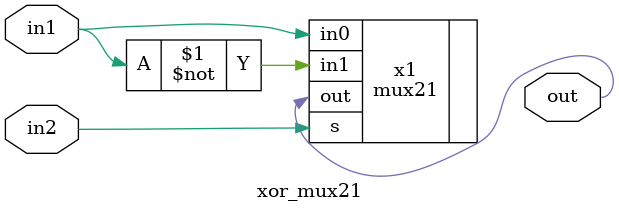
<source format=v>
`timescale 1ns / 1ps


module xor_mux21(
    input in1,
    input in2,
    output out
    );
    
    mux21 x1(.in0(in1),.in1(~in1),.s(in2),.out(out));
    
endmodule

</source>
